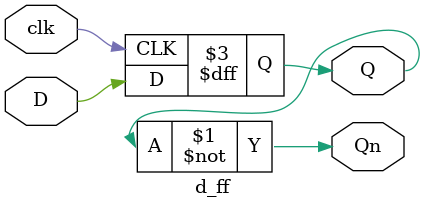
<source format=v>
`timescale 1ns / 1ps
module d_ff(
    input D,
    input clk,
    output reg Q,
    output Qn
);

assign Qn = ~Q;

always @(posedge clk)
    Q <= D;

endmodule

</source>
